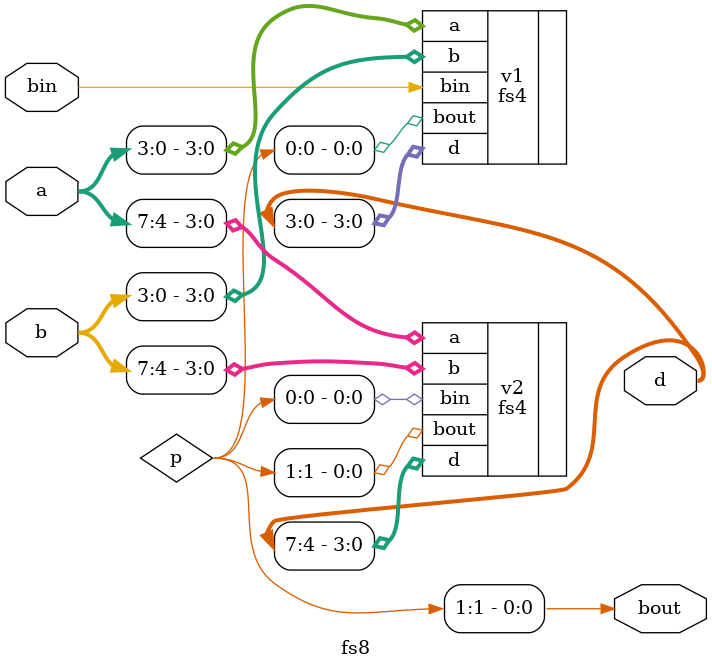
<source format=v>
`timescale 1ns / 1ps


module fs8(a,b,bin,d,bout);
input [7:0]a,b;
input bin;
output [7:0]d;
output bout;
wire [1:0]p;
fs4 v1 (.a(a[3:0]), .b(b[3:0]),.bin(bin),.d(d[3:0]), .bout(p[0]));
fs4 v2 (.a(a[7:4]), .b(b[7:4]),.bin(p[0]),.d(d[7:4]), .bout(p[1]));
assign bout=p[1];
endmodule

</source>
